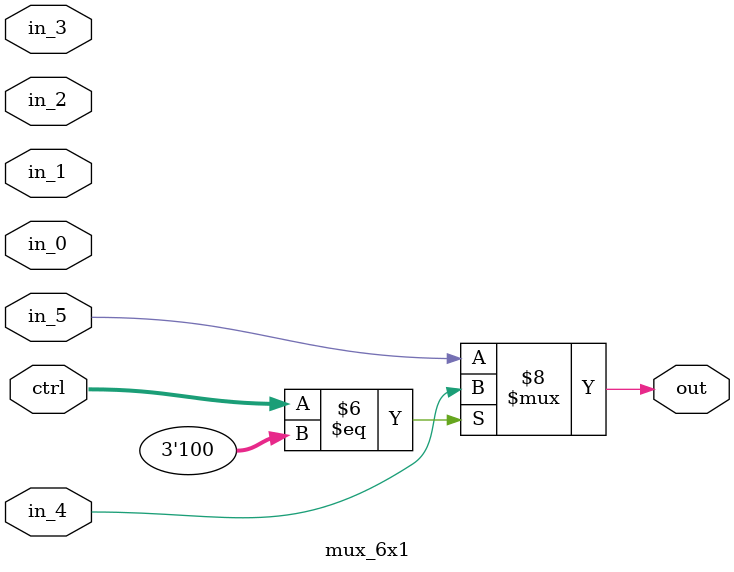
<source format=sv>
module  mux_6x1(
input  logic  in_0      , // Mux first input
input  logic  in_1     , // Mux Second input
input  logic  in_2     , // Mux Second input
input  logic  in_3     , // Mux Second input
input  logic  in_4     , // Mux Second input
input  logic  in_5     , // Mux Second input
input[0:2]  ctrl,

output logic out      // Mux output
);

always_comb 
begin

	if(ctrl == 0) begin 
		out = in_0;
	end
	
	if(ctrl == 1) begin 
		out = in_1;
	end
	
	if(ctrl == 2) begin 
		out = in_2;
	end
	
	if(ctrl == 3) begin 
		out = in_3;
	end
	
	if(ctrl == 4) begin 
		out = in_4;	
	end 
	
	else begin
		out = in_5; 
	end	
end 
endmodule 
</source>
